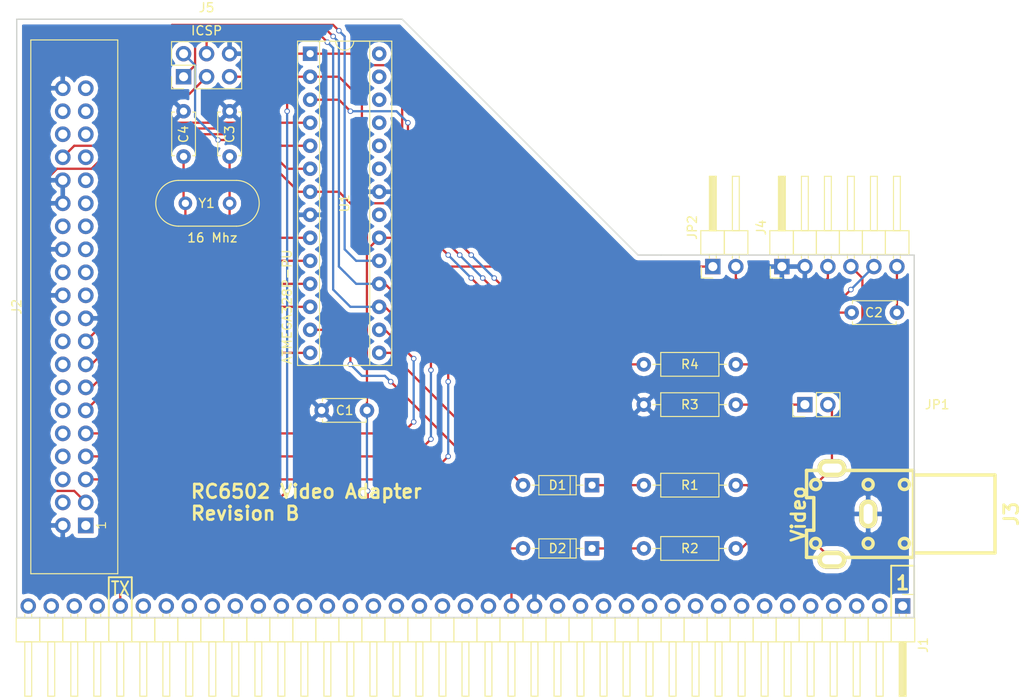
<source format=kicad_pcb>
(kicad_pcb (version 4) (host pcbnew 4.0.6)
  (layers (0 F.Cu signal) (31 B.Cu signal) (34 B.Paste user) (35 F.Paste user) (36 B.SilkS user) (37 F.SilkS user) (38 B.Mask user) (39 F.Mask user) (44 Edge.Cuts user))
  (net 0 "")
  (net 1 GND)
  (net 2 VCC)
  (net 3 "Net-(C2-Pad1)")
  (net 4 RESET)
  (net 5 XTAL1)
  (net 6 XTAL2)
  (net 7 "Net-(D1-Pad1)")
  (net 8 RCA_SYNC)
  (net 9 "Net-(D2-Pad1)")
  (net 10 RCA_VIDEO)
  (net 11 TX)
  (net 12 OUT_DA)
  (net 13 OUT_D6)
  (net 14 OUT_D5)
  (net 15 OUT_D4)
  (net 16 OUT_D3)
  (net 17 OUT_D2)
  (net 18 OUT_D1)
  (net 19 OUT_D0)
  (net 20 OUT_RDA)
  (net 21 "Net-(J4-Pad3)")
  (net 22 "Net-(J4-Pad5)")
  (net 23 "Net-(J5-Pad3)")
  (net 24 "Net-(JP1-Pad1)")
  (net 25 "Net-(J3-Pad2)")
  (net 26 "Net-(J4-Pad4)")
  (module Capacitors_THT:C_Disc_D4.7mm_W2.5mm_P5.00mm (layer F.Cu) (at 149.86 124.46)
    (fp_text reference C1 (at 2.54 0) (layer F.SilkS))
    (fp_text value 100nF)
    (pad 1 thru_hole circle (at 0 0) (size 1.6 1.6) (drill 0.8) (layers *.Cu *.Mask) (net 1 GND))
    (pad 2 thru_hole circle (at 5 0) (size 1.6 1.6) (drill 0.8) (layers *.Cu *.Mask) (net 2 VCC))
  )
  (module Capacitors_THT:C_Disc_D4.7mm_W2.5mm_P5.00mm (layer F.Cu) (at 213.36 113.665 180)
    (fp_text reference C2 (at 2.54 0 180) (layer F.SilkS))
    (fp_text value 100nF)
    (pad 1 thru_hole circle (at 0 0 180) (size 1.6 1.6) (drill 0.8) (layers *.Cu *.Mask) (net 3 "Net-(C2-Pad1)"))
    (pad 2 thru_hole circle (at 5 0 180) (size 1.6 1.6) (drill 0.8) (layers *.Cu *.Mask) (net 4 RESET))
  )
  (module Capacitors_THT:C_Disc_D4.7mm_W2.5mm_P5.00mm (layer F.Cu) (at 139.7 91.44 270)
    (fp_text reference C3 (at 2.54 0 270) (layer F.SilkS))
    (fp_text value 22pF)
    (pad 1 thru_hole circle (at 0 0 270) (size 1.6 1.6) (drill 0.8) (layers *.Cu *.Mask) (net 1 GND))
    (pad 2 thru_hole circle (at 5 0 270) (size 1.6 1.6) (drill 0.8) (layers *.Cu *.Mask) (net 5 XTAL1))
  )
  (module Capacitors_THT:C_Disc_D4.7mm_W2.5mm_P5.00mm (layer F.Cu) (at 134.62 91.44 270)
    (fp_text reference C4 (at 2.54 0 270) (layer F.SilkS))
    (fp_text value 22pF)
    (pad 1 thru_hole circle (at 0 0 270) (size 1.6 1.6) (drill 0.8) (layers *.Cu *.Mask) (net 1 GND))
    (pad 2 thru_hole circle (at 5 0 270) (size 1.6 1.6) (drill 0.8) (layers *.Cu *.Mask) (net 6 XTAL2))
  )
  (module Diodes_THT:D_DO-35_SOD27_P7.62mm_Horizontal (layer F.Cu) (at 179.705 132.715 180)
    (fp_text reference D1 (at 3.81 0 180) (layer F.SilkS))
    (fp_text value 1N4848)
    (pad 1 thru_hole rect (at 0 0 180) (size 1.6 1.6) (drill 0.8) (layers *.Cu *.Mask) (net 7 "Net-(D1-Pad1)"))
    (pad 2 thru_hole oval (at 7.62 0 180) (size 1.6 1.6) (drill 0.8) (layers *.Cu *.Mask) (net 8 RCA_SYNC))
  )
  (module Diodes_THT:D_DO-35_SOD27_P7.62mm_Horizontal (layer F.Cu) (at 179.705 139.7 180)
    (fp_text reference D2 (at 3.81 0 180) (layer F.SilkS))
    (fp_text value 1N4848)
    (pad 1 thru_hole rect (at 0 0 180) (size 1.6 1.6) (drill 0.8) (layers *.Cu *.Mask) (net 9 "Net-(D2-Pad1)"))
    (pad 2 thru_hole oval (at 7.62 0 180) (size 1.6 1.6) (drill 0.8) (layers *.Cu *.Mask) (net 10 RCA_VIDEO))
  )
  (module Pin_Headers:Pin_Header_Angled_1x39_Pitch2.54mm (layer F.Cu) (at 213.995 146.05 270)
    (fp_text reference J1 (at 4.315 -2.27 270) (layer F.SilkS))
    (fp_text value CONN_01X39)
    (pad 1 thru_hole rect (at 0 0 270) (size 1.7 1.7) (drill 1) (layers *.Cu *.Mask))
    (pad 2 thru_hole oval (at 0 2.54 270) (size 1.7 1.7) (drill 1) (layers *.Cu *.Mask))
    (pad 3 thru_hole oval (at 0 5.08 270) (size 1.7 1.7) (drill 1) (layers *.Cu *.Mask))
    (pad 4 thru_hole oval (at 0 7.62 270) (size 1.7 1.7) (drill 1) (layers *.Cu *.Mask))
    (pad 5 thru_hole oval (at 0 10.16 270) (size 1.7 1.7) (drill 1) (layers *.Cu *.Mask))
    (pad 6 thru_hole oval (at 0 12.7 270) (size 1.7 1.7) (drill 1) (layers *.Cu *.Mask))
    (pad 7 thru_hole oval (at 0 15.24 270) (size 1.7 1.7) (drill 1) (layers *.Cu *.Mask))
    (pad 8 thru_hole oval (at 0 17.78 270) (size 1.7 1.7) (drill 1) (layers *.Cu *.Mask))
    (pad 9 thru_hole oval (at 0 20.32 270) (size 1.7 1.7) (drill 1) (layers *.Cu *.Mask))
    (pad 10 thru_hole oval (at 0 22.86 270) (size 1.7 1.7) (drill 1) (layers *.Cu *.Mask))
    (pad 11 thru_hole oval (at 0 25.4 270) (size 1.7 1.7) (drill 1) (layers *.Cu *.Mask))
    (pad 12 thru_hole oval (at 0 27.94 270) (size 1.7 1.7) (drill 1) (layers *.Cu *.Mask))
    (pad 13 thru_hole oval (at 0 30.48 270) (size 1.7 1.7) (drill 1) (layers *.Cu *.Mask))
    (pad 14 thru_hole oval (at 0 33.02 270) (size 1.7 1.7) (drill 1) (layers *.Cu *.Mask))
    (pad 15 thru_hole oval (at 0 35.56 270) (size 1.7 1.7) (drill 1) (layers *.Cu *.Mask))
    (pad 16 thru_hole oval (at 0 38.1 270) (size 1.7 1.7) (drill 1) (layers *.Cu *.Mask))
    (pad 17 thru_hole oval (at 0 40.64 270) (size 1.7 1.7) (drill 1) (layers *.Cu *.Mask) (net 1 GND))
    (pad 18 thru_hole oval (at 0 43.18 270) (size 1.7 1.7) (drill 1) (layers *.Cu *.Mask) (net 2 VCC))
    (pad 19 thru_hole oval (at 0 45.72 270) (size 1.7 1.7) (drill 1) (layers *.Cu *.Mask))
    (pad 20 thru_hole oval (at 0 48.26 270) (size 1.7 1.7) (drill 1) (layers *.Cu *.Mask))
    (pad 21 thru_hole oval (at 0 50.8 270) (size 1.7 1.7) (drill 1) (layers *.Cu *.Mask))
    (pad 22 thru_hole oval (at 0 53.34 270) (size 1.7 1.7) (drill 1) (layers *.Cu *.Mask))
    (pad 23 thru_hole oval (at 0 55.88 270) (size 1.7 1.7) (drill 1) (layers *.Cu *.Mask))
    (pad 24 thru_hole oval (at 0 58.42 270) (size 1.7 1.7) (drill 1) (layers *.Cu *.Mask))
    (pad 25 thru_hole oval (at 0 60.96 270) (size 1.7 1.7) (drill 1) (layers *.Cu *.Mask))
    (pad 26 thru_hole oval (at 0 63.5 270) (size 1.7 1.7) (drill 1) (layers *.Cu *.Mask))
    (pad 27 thru_hole oval (at 0 66.04 270) (size 1.7 1.7) (drill 1) (layers *.Cu *.Mask))
    (pad 28 thru_hole oval (at 0 68.58 270) (size 1.7 1.7) (drill 1) (layers *.Cu *.Mask))
    (pad 29 thru_hole oval (at 0 71.12 270) (size 1.7 1.7) (drill 1) (layers *.Cu *.Mask))
    (pad 30 thru_hole oval (at 0 73.66 270) (size 1.7 1.7) (drill 1) (layers *.Cu *.Mask))
    (pad 31 thru_hole oval (at 0 76.2 270) (size 1.7 1.7) (drill 1) (layers *.Cu *.Mask))
    (pad 32 thru_hole oval (at 0 78.74 270) (size 1.7 1.7) (drill 1) (layers *.Cu *.Mask))
    (pad 33 thru_hole oval (at 0 81.28 270) (size 1.7 1.7) (drill 1) (layers *.Cu *.Mask))
    (pad 34 thru_hole oval (at 0 83.82 270) (size 1.7 1.7) (drill 1) (layers *.Cu *.Mask))
    (pad 35 thru_hole oval (at 0 86.36 270) (size 1.7 1.7) (drill 1) (layers *.Cu *.Mask) (net 11 TX))
    (pad 36 thru_hole oval (at 0 88.9 270) (size 1.7 1.7) (drill 1) (layers *.Cu *.Mask))
    (pad 37 thru_hole oval (at 0 91.44 270) (size 1.7 1.7) (drill 1) (layers *.Cu *.Mask))
    (pad 38 thru_hole oval (at 0 93.98 270) (size 1.7 1.7) (drill 1) (layers *.Cu *.Mask))
    (pad 39 thru_hole oval (at 0 96.52 270) (size 1.7 1.7) (drill 1) (layers *.Cu *.Mask))
  )
  (module Connectors:IDC_Header_Straight_40pins (layer F.Cu) (at 123.825 137.16 90)
    (fp_text reference J2 (at 24.13 -7.62 90) (layer F.SilkS))
    (fp_text value CONN_02X20)
    (fp_text user 1 (at 0.02 1.72 90) (layer F.SilkS) (effects (font (thickness 0.12))))
    (pad 1 thru_hole rect (at 0 0 90) (size 1.7272 1.7272) (drill 1.016) (layers *.Cu *.Mask))
    (pad 2 thru_hole oval (at 0 -2.54 90) (size 1.7272 1.7272) (drill 1.016) (layers *.Cu *.Mask) (net 1 GND))
    (pad 3 thru_hole oval (at 2.54 0 90) (size 1.7272 1.7272) (drill 1.016) (layers *.Cu *.Mask) (net 12 OUT_DA))
    (pad 4 thru_hole oval (at 2.54 -2.54 90) (size 1.7272 1.7272) (drill 1.016) (layers *.Cu *.Mask))
    (pad 5 thru_hole oval (at 5.08 0 90) (size 1.7272 1.7272) (drill 1.016) (layers *.Cu *.Mask) (net 13 OUT_D6))
    (pad 6 thru_hole oval (at 5.08 -2.54 90) (size 1.7272 1.7272) (drill 1.016) (layers *.Cu *.Mask))
    (pad 7 thru_hole oval (at 7.62 0 90) (size 1.7272 1.7272) (drill 1.016) (layers *.Cu *.Mask) (net 14 OUT_D5))
    (pad 8 thru_hole oval (at 7.62 -2.54 90) (size 1.7272 1.7272) (drill 1.016) (layers *.Cu *.Mask))
    (pad 9 thru_hole oval (at 10.16 0 90) (size 1.7272 1.7272) (drill 1.016) (layers *.Cu *.Mask) (net 15 OUT_D4))
    (pad 10 thru_hole oval (at 10.16 -2.54 90) (size 1.7272 1.7272) (drill 1.016) (layers *.Cu *.Mask))
    (pad 11 thru_hole oval (at 12.7 0 90) (size 1.7272 1.7272) (drill 1.016) (layers *.Cu *.Mask) (net 16 OUT_D3))
    (pad 12 thru_hole oval (at 12.7 -2.54 90) (size 1.7272 1.7272) (drill 1.016) (layers *.Cu *.Mask))
    (pad 13 thru_hole oval (at 15.24 0 90) (size 1.7272 1.7272) (drill 1.016) (layers *.Cu *.Mask) (net 17 OUT_D2))
    (pad 14 thru_hole oval (at 15.24 -2.54 90) (size 1.7272 1.7272) (drill 1.016) (layers *.Cu *.Mask))
    (pad 15 thru_hole oval (at 17.78 0 90) (size 1.7272 1.7272) (drill 1.016) (layers *.Cu *.Mask) (net 18 OUT_D1))
    (pad 16 thru_hole oval (at 17.78 -2.54 90) (size 1.7272 1.7272) (drill 1.016) (layers *.Cu *.Mask))
    (pad 17 thru_hole oval (at 20.32 0 90) (size 1.7272 1.7272) (drill 1.016) (layers *.Cu *.Mask) (net 19 OUT_D0))
    (pad 18 thru_hole oval (at 20.32 -2.54 90) (size 1.7272 1.7272) (drill 1.016) (layers *.Cu *.Mask))
    (pad 19 thru_hole oval (at 22.86 0 90) (size 1.7272 1.7272) (drill 1.016) (layers *.Cu *.Mask) (net 1 GND))
    (pad 20 thru_hole oval (at 22.86 -2.54 90) (size 1.7272 1.7272) (drill 1.016) (layers *.Cu *.Mask))
    (pad 21 thru_hole oval (at 25.4 0 90) (size 1.7272 1.7272) (drill 1.016) (layers *.Cu *.Mask))
    (pad 22 thru_hole oval (at 25.4 -2.54 90) (size 1.7272 1.7272) (drill 1.016) (layers *.Cu *.Mask) (net 1 GND))
    (pad 23 thru_hole oval (at 27.94 0 90) (size 1.7272 1.7272) (drill 1.016) (layers *.Cu *.Mask))
    (pad 24 thru_hole oval (at 27.94 -2.54 90) (size 1.7272 1.7272) (drill 1.016) (layers *.Cu *.Mask))
    (pad 25 thru_hole oval (at 30.48 0 90) (size 1.7272 1.7272) (drill 1.016) (layers *.Cu *.Mask))
    (pad 26 thru_hole oval (at 30.48 -2.54 90) (size 1.7272 1.7272) (drill 1.016) (layers *.Cu *.Mask) (net 1 GND))
    (pad 27 thru_hole oval (at 33.02 0 90) (size 1.7272 1.7272) (drill 1.016) (layers *.Cu *.Mask))
    (pad 28 thru_hole oval (at 33.02 -2.54 90) (size 1.7272 1.7272) (drill 1.016) (layers *.Cu *.Mask))
    (pad 29 thru_hole oval (at 35.56 0 90) (size 1.7272 1.7272) (drill 1.016) (layers *.Cu *.Mask))
    (pad 30 thru_hole oval (at 35.56 -2.54 90) (size 1.7272 1.7272) (drill 1.016) (layers *.Cu *.Mask) (net 1 GND))
    (pad 31 thru_hole oval (at 38.1 0 90) (size 1.7272 1.7272) (drill 1.016) (layers *.Cu *.Mask))
    (pad 32 thru_hole oval (at 38.1 -2.54 90) (size 1.7272 1.7272) (drill 1.016) (layers *.Cu *.Mask) (net 1 GND))
    (pad 33 thru_hole oval (at 40.64 0 90) (size 1.7272 1.7272) (drill 1.016) (layers *.Cu *.Mask))
    (pad 34 thru_hole oval (at 40.64 -2.54 90) (size 1.7272 1.7272) (drill 1.016) (layers *.Cu *.Mask) (net 20 OUT_RDA))
    (pad 35 thru_hole oval (at 43.18 0 90) (size 1.7272 1.7272) (drill 1.016) (layers *.Cu *.Mask))
    (pad 36 thru_hole oval (at 43.18 -2.54 90) (size 1.7272 1.7272) (drill 1.016) (layers *.Cu *.Mask))
    (pad 37 thru_hole oval (at 45.72 0 90) (size 1.7272 1.7272) (drill 1.016) (layers *.Cu *.Mask))
    (pad 38 thru_hole oval (at 45.72 -2.54 90) (size 1.7272 1.7272) (drill 1.016) (layers *.Cu *.Mask))
    (pad 39 thru_hole oval (at 48.26 0 90) (size 1.7272 1.7272) (drill 1.016) (layers *.Cu *.Mask))
    (pad 40 thru_hole oval (at 48.26 -2.54 90) (size 1.7272 1.7272) (drill 1.016) (layers *.Cu *.Mask) (net 1 GND))
  )
  (module w_conn_av:rca_yellow (layer F.Cu) (at 210.185 135.89 90)
    (fp_text reference J3 (at 0 15.7988 90) (layer F.SilkS) (effects (font (thickness 0.3048))))
    (fp_text value Video (at 0 -7.69874 90) (layer F.SilkS) (effects (font (thickness 0.3048))))
    (pad 2 thru_hole oval (at 5.0546 -3.99796 90) (size 1.99898 3.19786) (drill oval 0.99568 2.1971) (layers *.Cu *.Mask F.SilkS) (net 25 "Net-(J3-Pad2)"))
    (pad 1 thru_hole oval (at 0 0 90) (size 3.19786 1.99898) (drill oval 2.1971 0.99568) (layers *.Cu *.Mask F.SilkS) (net 1 GND))
    (pad 2 thru_hole oval (at -5.0546 -3.99796 90) (size 1.99898 3.19786) (drill oval 0.99568 2.1971) (layers *.Cu *.Mask F.SilkS) (net 25 "Net-(J3-Pad2)"))
  )
  (module Pin_Headers:Pin_Header_Angled_1x06_Pitch2.54mm (layer F.Cu) (at 200.66 108.585 90)
    (fp_text reference J4 (at 4.315 -2.27 90) (layer F.SilkS))
    (fp_text value FTDI)
    (pad 1 thru_hole rect (at 0 0 90) (size 1.7 1.7) (drill 1) (layers *.Cu *.Mask) (net 1 GND))
    (pad 2 thru_hole oval (at 0 2.54 90) (size 1.7 1.7) (drill 1) (layers *.Cu *.Mask) (net 1 GND))
    (pad 3 thru_hole oval (at 0 5.08 90) (size 1.7 1.7) (drill 1) (layers *.Cu *.Mask) (net 21 "Net-(J4-Pad3)"))
    (pad 4 thru_hole oval (at 0 7.62 90) (size 1.7 1.7) (drill 1) (layers *.Cu *.Mask) (net 26 "Net-(J4-Pad4)"))
    (pad 5 thru_hole oval (at 0 10.16 90) (size 1.7 1.7) (drill 1) (layers *.Cu *.Mask) (net 22 "Net-(J4-Pad5)"))
    (pad 6 thru_hole oval (at 0 12.7 90) (size 1.7 1.7) (drill 1) (layers *.Cu *.Mask) (net 3 "Net-(C2-Pad1)"))
  )
  (module Pin_Headers:Pin_Header_Straight_2x03_Pitch2.54mm (layer F.Cu) (at 134.62 87.63 90)
    (fp_text reference J5 (at 7.62 2.54 180) (layer F.SilkS))
    (fp_text value ICSP (at 5.08 2.54 180) (layer F.SilkS))
    (pad 1 thru_hole rect (at 0 0 90) (size 1.7 1.7) (drill 1) (layers *.Cu *.Mask) (net 13 OUT_D6))
    (pad 2 thru_hole oval (at 2.54 0 90) (size 1.7 1.7) (drill 1) (layers *.Cu *.Mask) (net 2 VCC))
    (pad 3 thru_hole oval (at 0 2.54 90) (size 1.7 1.7) (drill 1) (layers *.Cu *.Mask) (net 23 "Net-(J5-Pad3)"))
    (pad 4 thru_hole oval (at 2.54 2.54 90) (size 1.7 1.7) (drill 1) (layers *.Cu *.Mask) (net 14 OUT_D5))
    (pad 5 thru_hole oval (at 0 5.08 90) (size 1.7 1.7) (drill 1) (layers *.Cu *.Mask) (net 4 RESET))
    (pad 6 thru_hole oval (at 2.54 5.08 90) (size 1.7 1.7) (drill 1) (layers *.Cu *.Mask) (net 1 GND))
  )
  (module Pin_Headers:Pin_Header_Angled_1x02_Pitch2.54mm (layer F.Cu) (at 193.04 108.585 90)
    (fp_text reference JP2 (at 4.315 -2.27 90) (layer F.SilkS))
    (fp_text value Power)
    (pad 1 thru_hole rect (at 0 0 90) (size 1.7 1.7) (drill 1) (layers *.Cu *.Mask) (net 2 VCC))
    (pad 2 thru_hole oval (at 0 2.54 90) (size 1.7 1.7) (drill 1) (layers *.Cu *.Mask) (net 21 "Net-(J4-Pad3)"))
  )
  (module Resistors_THT:R_Axial_DIN0207_L6.3mm_D2.5mm_P10.16mm_Horizontal (layer F.Cu) (at 195.58 132.715 180)
    (fp_text reference R1 (at 5.08 0 180) (layer F.SilkS))
    (fp_text value 1k)
    (pad 1 thru_hole circle (at 0 0 180) (size 1.6 1.6) (drill 0.8) (layers *.Cu *.Mask) (net 25 "Net-(J3-Pad2)"))
    (pad 2 thru_hole oval (at 10.16 0 180) (size 1.6 1.6) (drill 0.8) (layers *.Cu *.Mask) (net 7 "Net-(D1-Pad1)"))
  )
  (module Resistors_THT:R_Axial_DIN0207_L6.3mm_D2.5mm_P10.16mm_Horizontal (layer F.Cu) (at 195.58 139.7 180)
    (fp_text reference R2 (at 5.08 0 180) (layer F.SilkS))
    (fp_text value 330)
    (pad 1 thru_hole circle (at 0 0 180) (size 1.6 1.6) (drill 0.8) (layers *.Cu *.Mask) (net 25 "Net-(J3-Pad2)"))
    (pad 2 thru_hole oval (at 10.16 0 180) (size 1.6 1.6) (drill 0.8) (layers *.Cu *.Mask) (net 9 "Net-(D2-Pad1)"))
  )
  (module Resistors_THT:R_Axial_DIN0207_L6.3mm_D2.5mm_P10.16mm_Horizontal (layer F.Cu) (at 185.42 123.825)
    (fp_text reference R3 (at 5.08 0) (layer F.SilkS))
    (fp_text value 75)
    (pad 1 thru_hole circle (at 0 0) (size 1.6 1.6) (drill 0.8) (layers *.Cu *.Mask) (net 1 GND))
    (pad 2 thru_hole oval (at 10.16 0) (size 1.6 1.6) (drill 0.8) (layers *.Cu *.Mask) (net 24 "Net-(JP1-Pad1)"))
  )
  (module Resistors_THT:R_Axial_DIN0207_L6.3mm_D2.5mm_P10.16mm_Horizontal (layer F.Cu) (at 195.58 119.38 180)
    (fp_text reference R4 (at 5.08 0 180) (layer F.SilkS))
    (fp_text value 10k)
    (pad 1 thru_hole circle (at 0 0 180) (size 1.6 1.6) (drill 0.8) (layers *.Cu *.Mask) (net 26 "Net-(J4-Pad4)"))
    (pad 2 thru_hole oval (at 10.16 0 180) (size 1.6 1.6) (drill 0.8) (layers *.Cu *.Mask) (net 11 TX))
  )
  (module Housings_DIP:DIP-28_W7.62mm_Socket (layer F.Cu) (at 148.59 85.09)
    (fp_text reference U1 (at 3.81 16.51 90) (layer F.SilkS))
    (fp_text value ATMEGA328P-PU (at -2.54 27.94 90) (layer F.SilkS))
    (pad 1 thru_hole rect (at 0 0) (size 1.6 1.6) (drill 0.8) (layers *.Cu *.Mask) (net 4 RESET))
    (pad 15 thru_hole oval (at 7.62 33.02) (size 1.6 1.6) (drill 0.8) (layers *.Cu *.Mask) (net 8 RCA_SYNC))
    (pad 2 thru_hole oval (at 0 2.54) (size 1.6 1.6) (drill 0.8) (layers *.Cu *.Mask) (net 11 TX))
    (pad 16 thru_hole oval (at 7.62 30.48) (size 1.6 1.6) (drill 0.8) (layers *.Cu *.Mask) (net 15 OUT_D4))
    (pad 3 thru_hole oval (at 0 5.08) (size 1.6 1.6) (drill 0.8) (layers *.Cu *.Mask) (net 22 "Net-(J4-Pad5)"))
    (pad 17 thru_hole oval (at 7.62 27.94) (size 1.6 1.6) (drill 0.8) (layers *.Cu *.Mask) (net 14 OUT_D5))
    (pad 4 thru_hole oval (at 0 7.62) (size 1.6 1.6) (drill 0.8) (layers *.Cu *.Mask) (net 20 OUT_RDA))
    (pad 18 thru_hole oval (at 7.62 25.4) (size 1.6 1.6) (drill 0.8) (layers *.Cu *.Mask) (net 13 OUT_D6))
    (pad 5 thru_hole oval (at 0 10.16) (size 1.6 1.6) (drill 0.8) (layers *.Cu *.Mask) (net 12 OUT_DA))
    (pad 19 thru_hole oval (at 7.62 22.86) (size 1.6 1.6) (drill 0.8) (layers *.Cu *.Mask) (net 23 "Net-(J5-Pad3)"))
    (pad 6 thru_hole oval (at 0 12.7) (size 1.6 1.6) (drill 0.8) (layers *.Cu *.Mask) (net 19 OUT_D0))
    (pad 20 thru_hole oval (at 7.62 20.32) (size 1.6 1.6) (drill 0.8) (layers *.Cu *.Mask) (net 2 VCC))
    (pad 7 thru_hole oval (at 0 15.24) (size 1.6 1.6) (drill 0.8) (layers *.Cu *.Mask) (net 2 VCC))
    (pad 21 thru_hole oval (at 7.62 17.78) (size 1.6 1.6) (drill 0.8) (layers *.Cu *.Mask))
    (pad 8 thru_hole oval (at 0 17.78) (size 1.6 1.6) (drill 0.8) (layers *.Cu *.Mask) (net 1 GND))
    (pad 22 thru_hole oval (at 7.62 15.24) (size 1.6 1.6) (drill 0.8) (layers *.Cu *.Mask) (net 1 GND))
    (pad 9 thru_hole oval (at 0 20.32) (size 1.6 1.6) (drill 0.8) (layers *.Cu *.Mask) (net 5 XTAL1))
    (pad 23 thru_hole oval (at 7.62 12.7) (size 1.6 1.6) (drill 0.8) (layers *.Cu *.Mask))
    (pad 10 thru_hole oval (at 0 22.86) (size 1.6 1.6) (drill 0.8) (layers *.Cu *.Mask) (net 6 XTAL2))
    (pad 24 thru_hole oval (at 7.62 10.16) (size 1.6 1.6) (drill 0.8) (layers *.Cu *.Mask))
    (pad 11 thru_hole oval (at 0 25.4) (size 1.6 1.6) (drill 0.8) (layers *.Cu *.Mask) (net 18 OUT_D1))
    (pad 25 thru_hole oval (at 7.62 7.62) (size 1.6 1.6) (drill 0.8) (layers *.Cu *.Mask))
    (pad 12 thru_hole oval (at 0 27.94) (size 1.6 1.6) (drill 0.8) (layers *.Cu *.Mask) (net 17 OUT_D2))
    (pad 26 thru_hole oval (at 7.62 5.08) (size 1.6 1.6) (drill 0.8) (layers *.Cu *.Mask))
    (pad 13 thru_hole oval (at 0 30.48) (size 1.6 1.6) (drill 0.8) (layers *.Cu *.Mask) (net 10 RCA_VIDEO))
    (pad 27 thru_hole oval (at 7.62 2.54) (size 1.6 1.6) (drill 0.8) (layers *.Cu *.Mask))
    (pad 14 thru_hole oval (at 0 33.02) (size 1.6 1.6) (drill 0.8) (layers *.Cu *.Mask) (net 16 OUT_D3))
    (pad 28 thru_hole oval (at 7.62 0) (size 1.6 1.6) (drill 0.8) (layers *.Cu *.Mask))
  )
  (module Crystals:Crystal_HC49-4H_Vertical (layer F.Cu) (at 139.7 101.6 180)
    (fp_text reference Y1 (at 2.54 0 180) (layer F.SilkS))
    (fp_text value "16 Mhz" (at 1.905 -3.81 180) (layer F.SilkS))
    (pad 1 thru_hole circle (at 0 0 180) (size 1.5 1.5) (drill 0.8) (layers *.Cu *.Mask) (net 5 XTAL1))
    (pad 2 thru_hole circle (at 4.88 0 180) (size 1.5 1.5) (drill 0.8) (layers *.Cu *.Mask) (net 6 XTAL2))
  )
  (module Pin_Headers:Pin_Header_Straight_1x02_Pitch2.54mm (layer F.Cu) (at 203.2 123.825 90)
    (fp_text reference JP1 (at 0 14.605 180) (layer F.SilkS))
    (fp_text value PullDown)
    (pad 1 thru_hole rect (at 0 0 90) (size 1.7 1.7) (drill 1) (layers *.Cu *.Mask) (net 24 "Net-(JP1-Pad1)"))
    (pad 2 thru_hole oval (at 0 2.54 90) (size 1.7 1.7) (drill 1) (layers *.Cu *.Mask) (net 25 "Net-(J3-Pad2)"))
  )
  (gr_text "RC6502 Video Adapter\nRevision B" (at 135.255 134.62) (layer F.SilkS) (effects (font (size 1.5 1.5) (thickness 0.3)) (justify left)))
  (gr_text TX (at 127.635 144.145) (layer F.SilkS) (effects (font (size 1.5 1.2) (thickness 0.2))))
  (gr_line (start 128.905 142.875) (end 128.905 147.32) (angle 90) (layer F.SilkS) (width 0.2))
  (gr_line (start 126.365 142.875) (end 128.905 142.875) (angle 90) (layer F.SilkS) (width 0.2))
  (gr_line (start 126.365 147.32) (end 126.365 142.875) (angle 90) (layer F.SilkS) (width 0.2))
  (gr_text 1 (at 213.995 143.51) (layer F.SilkS) (effects (font (size 1.5 1.5) (thickness 0.3))))
  (gr_line (start 215.265 141.605) (end 215.265 147.32) (angle 90) (layer F.SilkS) (width 0.2))
  (gr_line (start 212.725 141.605) (end 215.265 141.605) (angle 90) (layer F.SilkS) (width 0.2))
  (gr_line (start 212.725 147.32) (end 212.725 141.605) (angle 90) (layer F.SilkS) (width 0.2))
  (gr_line (start 215.265 147.32) (end 215.265 107.315) (angle 90) (layer Edge.Cuts) (width 0.15))
  (gr_line (start 158.75 81.28) (end 116.205 81.28) (angle 90) (layer Edge.Cuts) (width 0.15))
  (gr_line (start 184.785 107.315) (end 158.75 81.28) (angle 90) (layer Edge.Cuts) (width 0.15))
  (gr_line (start 187.325 107.315) (end 184.785 107.315) (angle 90) (layer Edge.Cuts) (width 0.15))
  (gr_line (start 191.77 107.315) (end 187.325 107.315) (angle 90) (layer Edge.Cuts) (width 0.15))
  (gr_line (start 215.265 107.315) (end 191.77 107.315) (angle 90) (layer Edge.Cuts) (width 0.15))
  (gr_line (start 116.205 81.28) (end 116.205 147.32) (angle 90) (layer Edge.Cuts) (width 0.15))
  (gr_line (start 215.265 147.32) (end 116.205 147.32) (angle 90) (layer Edge.Cuts) (width 0.15))
  (segment (start 134.82 94.735) (end 134.62 94.535) (width 0.25) (layer F.Cu) (net 0))
  (segment (start 135.89 86.36) (end 134.62 85.09) (width 0.25) (layer B.Cu) (net 2))
  (segment (start 135.89 92.075) (end 135.89 86.36) (width 0.25) (layer B.Cu) (net 2))
  (segment (start 138.43 94.615) (end 135.89 92.075) (width 0.25) (layer B.Cu) (net 2))
  (via (at 138.43 94.615) (size 0.6) (drill 0.4) (layers F.Cu B.Cu) (net 2))
  (segment (start 141.605 94.615) (end 138.43 94.615) (width 0.25) (layer F.Cu) (net 2))
  (segment (start 147.32 100.33) (end 141.605 94.615) (width 0.25) (layer F.Cu) (net 2))
  (segment (start 148.59 100.33) (end 147.32 100.33) (width 0.25) (layer F.Cu) (net 2))
  (segment (start 193.04 108.585) (end 161.29 108.585) (width 0.25) (layer F.Cu) (net 2))
  (segment (start 158.115 105.41) (end 156.21 105.41) (width 0.25) (layer F.Cu) (net 2))
  (segment (start 161.29 108.585) (end 158.115 105.41) (width 0.25) (layer F.Cu) (net 2))
  (segment (start 170.815 146.05) (end 170.815 143.51) (width 0.25) (layer F.Cu) (net 2))
  (segment (start 154.86 133.27) (end 154.86 124.46) (width 0.25) (layer B.Cu) (net 2))
  (segment (start 154.94 133.35) (end 154.86 133.27) (width 0.25) (layer B.Cu) (net 2))
  (via (at 154.94 133.35) (size 0.6) (drill 0.4) (layers F.Cu B.Cu) (net 2))
  (segment (start 154.94 136.525) (end 154.94 133.35) (width 0.25) (layer F.Cu) (net 2))
  (segment (start 160.655 142.24) (end 154.94 136.525) (width 0.25) (layer F.Cu) (net 2))
  (segment (start 169.545 142.24) (end 160.655 142.24) (width 0.25) (layer F.Cu) (net 2))
  (segment (start 170.815 143.51) (end 169.545 142.24) (width 0.25) (layer F.Cu) (net 2))
  (segment (start 154.86 106.68) (end 154.86 103.425) (width 0.25) (layer F.Cu) (net 2))
  (segment (start 151.765 100.33) (end 148.59 100.33) (width 0.25) (layer F.Cu) (net 2))
  (segment (start 154.86 103.425) (end 151.765 100.33) (width 0.25) (layer F.Cu) (net 2))
  (segment (start 154.86 124.46) (end 154.86 106.68) (width 0.25) (layer F.Cu) (net 2))
  (segment (start 154.86 106.68) (end 154.86 106.76) (width 0.25) (layer F.Cu) (net 2))
  (segment (start 154.86 106.76) (end 156.21 105.41) (width 0.25) (layer F.Cu) (net 2))
  (segment (start 213.36 108.585) (end 213.36 113.665) (width 0.25) (layer F.Cu) (net 3))
  (segment (start 208.36 113.665) (end 171.45 113.665) (width 0.25) (layer F.Cu) (net 4))
  (segment (start 153.035 85.09) (end 148.59 85.09) (width 0.25) (layer F.Cu) (net 4))
  (segment (start 154.305 86.36) (end 153.035 85.09) (width 0.25) (layer F.Cu) (net 4))
  (segment (start 157.48 86.36) (end 154.305 86.36) (width 0.25) (layer F.Cu) (net 4))
  (segment (start 158.75 87.63) (end 157.48 86.36) (width 0.25) (layer F.Cu) (net 4))
  (segment (start 158.75 100.965) (end 158.75 87.63) (width 0.25) (layer F.Cu) (net 4))
  (segment (start 165.1 107.315) (end 158.75 100.965) (width 0.25) (layer F.Cu) (net 4))
  (via (at 165.1 107.315) (size 0.6) (drill 0.4) (layers F.Cu B.Cu) (net 4))
  (segment (start 167.64 109.855) (end 165.1 107.315) (width 0.25) (layer B.Cu) (net 4))
  (via (at 167.64 109.855) (size 0.6) (drill 0.4) (layers F.Cu B.Cu) (net 4))
  (segment (start 171.45 113.665) (end 167.64 109.855) (width 0.25) (layer F.Cu) (net 4))
  (segment (start 139.7 87.63) (end 143.51 87.63) (width 0.25) (layer F.Cu) (net 4))
  (segment (start 146.05 85.09) (end 148.59 85.09) (width 0.25) (layer F.Cu) (net 4))
  (segment (start 143.51 87.63) (end 146.05 85.09) (width 0.25) (layer F.Cu) (net 4))
  (segment (start 139.7 96.44) (end 139.7 101.6) (width 0.25) (layer F.Cu) (net 5))
  (segment (start 148.59 105.41) (end 141.605 105.41) (width 0.25) (layer F.Cu) (net 5))
  (segment (start 139.7 103.505) (end 139.7 101.6) (width 0.25) (layer F.Cu) (net 5))
  (segment (start 141.605 105.41) (end 139.7 103.505) (width 0.25) (layer F.Cu) (net 5))
  (segment (start 134.62 96.44) (end 134.62 101.4) (width 0.25) (layer F.Cu) (net 6))
  (segment (start 134.62 101.4) (end 134.82 101.6) (width 0.25) (layer F.Cu) (net 6))
  (segment (start 148.59 107.95) (end 139.065 107.95) (width 0.25) (layer F.Cu) (net 6))
  (segment (start 134.82 103.705) (end 134.82 101.6) (width 0.25) (layer F.Cu) (net 6))
  (segment (start 139.065 107.95) (end 134.82 103.705) (width 0.25) (layer F.Cu) (net 6))
  (segment (start 179.705 132.715) (end 185.42 132.715) (width 0.25) (layer F.Cu) (net 7))
  (segment (start 156.21 118.11) (end 157.48 118.11) (width 0.25) (layer F.Cu) (net 8))
  (segment (start 157.48 118.11) (end 172.085 132.715) (width 0.25) (layer F.Cu) (net 8))
  (segment (start 179.705 139.7) (end 185.42 139.7) (width 0.25) (layer F.Cu) (net 9))
  (segment (start 172.085 139.7) (end 170.18 139.7) (width 0.25) (layer F.Cu) (net 10))
  (segment (start 151.765 115.57) (end 148.59 115.57) (width 0.25) (layer F.Cu) (net 10))
  (segment (start 153.035 116.84) (end 151.765 115.57) (width 0.25) (layer F.Cu) (net 10))
  (segment (start 153.035 119.38) (end 153.035 116.84) (width 0.25) (layer F.Cu) (net 10))
  (via (at 153.035 119.38) (size 0.6) (drill 0.4) (layers F.Cu B.Cu) (net 10))
  (segment (start 154.305 120.65) (end 153.035 119.38) (width 0.25) (layer B.Cu) (net 10))
  (segment (start 156.845 120.65) (end 154.305 120.65) (width 0.25) (layer B.Cu) (net 10))
  (segment (start 157.48 121.285) (end 156.845 120.65) (width 0.25) (layer B.Cu) (net 10))
  (via (at 157.48 121.285) (size 0.6) (drill 0.4) (layers F.Cu B.Cu) (net 10))
  (segment (start 169.545 133.35) (end 157.48 121.285) (width 0.25) (layer F.Cu) (net 10))
  (segment (start 169.545 139.065) (end 169.545 133.35) (width 0.25) (layer F.Cu) (net 10))
  (segment (start 170.18 139.7) (end 169.545 139.065) (width 0.25) (layer F.Cu) (net 10))
  (segment (start 127.635 144.145) (end 127.635 146.05) (width 0.25) (layer F.Cu) (net 11))
  (segment (start 128.27 143.51) (end 127.635 144.145) (width 0.25) (layer F.Cu) (net 11))
  (segment (start 135.89 143.51) (end 128.27 143.51) (width 0.25) (layer F.Cu) (net 11))
  (segment (start 146.05 133.35) (end 135.89 143.51) (width 0.25) (layer F.Cu) (net 11))
  (via (at 146.05 133.35) (size 0.6) (drill 0.4) (layers F.Cu B.Cu) (net 11))
  (segment (start 146.05 91.44) (end 146.05 133.35) (width 0.25) (layer B.Cu) (net 11))
  (via (at 146.05 91.44) (size 0.6) (drill 0.4) (layers F.Cu B.Cu) (net 11))
  (segment (start 146.05 88.9) (end 146.05 91.44) (width 0.25) (layer F.Cu) (net 11))
  (segment (start 147.32 87.63) (end 146.05 88.9) (width 0.25) (layer F.Cu) (net 11))
  (segment (start 148.59 87.63) (end 147.32 87.63) (width 0.25) (layer F.Cu) (net 11))
  (segment (start 148.59 87.63) (end 151.765 87.63) (width 0.25) (layer F.Cu) (net 11))
  (segment (start 175.895 119.38) (end 185.42 119.38) (width 0.25) (layer F.Cu) (net 11))
  (segment (start 166.37 109.855) (end 175.895 119.38) (width 0.25) (layer F.Cu) (net 11))
  (via (at 166.37 109.855) (size 0.6) (drill 0.4) (layers F.Cu B.Cu) (net 11))
  (segment (start 163.83 107.315) (end 166.37 109.855) (width 0.25) (layer B.Cu) (net 11))
  (via (at 163.83 107.315) (size 0.6) (drill 0.4) (layers F.Cu B.Cu) (net 11))
  (segment (start 158.115 101.6) (end 163.83 107.315) (width 0.25) (layer F.Cu) (net 11))
  (segment (start 154.94 101.6) (end 158.115 101.6) (width 0.25) (layer F.Cu) (net 11))
  (segment (start 154.305 100.965) (end 154.94 101.6) (width 0.25) (layer F.Cu) (net 11))
  (segment (start 154.305 90.17) (end 154.305 100.965) (width 0.25) (layer F.Cu) (net 11))
  (segment (start 151.765 87.63) (end 154.305 90.17) (width 0.25) (layer F.Cu) (net 11))
  (segment (start 128.27 96.52) (end 125.73 96.52) (width 0.25) (layer F.Cu) (net 12))
  (segment (start 145.415 95.25) (end 143.51 93.345) (width 0.25) (layer F.Cu) (net 12))
  (segment (start 143.51 93.345) (end 131.445 93.345) (width 0.25) (layer F.Cu) (net 12))
  (segment (start 131.445 93.345) (end 128.27 96.52) (width 0.25) (layer F.Cu) (net 12))
  (segment (start 148.59 95.25) (end 145.415 95.25) (width 0.25) (layer F.Cu) (net 12))
  (segment (start 122.555 133.35) (end 123.825 134.62) (width 0.25) (layer F.Cu) (net 12))
  (segment (start 120.015 133.35) (end 122.555 133.35) (width 0.25) (layer F.Cu) (net 12))
  (segment (start 119.38 132.715) (end 120.015 133.35) (width 0.25) (layer F.Cu) (net 12))
  (segment (start 119.38 99.06) (end 119.38 132.715) (width 0.25) (layer F.Cu) (net 12))
  (segment (start 120.65 97.79) (end 119.38 99.06) (width 0.25) (layer F.Cu) (net 12))
  (segment (start 124.46 97.79) (end 120.65 97.79) (width 0.25) (layer F.Cu) (net 12))
  (segment (start 125.73 96.52) (end 124.46 97.79) (width 0.25) (layer F.Cu) (net 12))
  (segment (start 156.21 110.49) (end 153.67 110.49) (width 0.25) (layer B.Cu) (net 13))
  (segment (start 135.89 86.36) (end 134.62 87.63) (width 0.25) (layer F.Cu) (net 13))
  (segment (start 135.89 83.82) (end 135.89 86.36) (width 0.25) (layer F.Cu) (net 13))
  (segment (start 137.16 82.55) (end 135.89 83.82) (width 0.25) (layer F.Cu) (net 13))
  (segment (start 150.495 82.55) (end 137.16 82.55) (width 0.25) (layer F.Cu) (net 13))
  (segment (start 151.13 83.185) (end 150.495 82.55) (width 0.25) (layer F.Cu) (net 13))
  (via (at 151.13 83.185) (size 0.6) (drill 0.4) (layers F.Cu B.Cu) (net 13))
  (segment (start 151.765 83.82) (end 151.13 83.185) (width 0.25) (layer B.Cu) (net 13))
  (segment (start 151.765 108.585) (end 151.765 83.82) (width 0.25) (layer B.Cu) (net 13))
  (segment (start 152.4 109.22) (end 151.765 108.585) (width 0.25) (layer B.Cu) (net 13))
  (segment (start 153.67 110.49) (end 152.4 109.22) (width 0.25) (layer B.Cu) (net 13))
  (segment (start 163.83 117.475) (end 163.83 121.285) (width 0.25) (layer F.Cu) (net 13))
  (segment (start 163.83 129.54) (end 161.29 132.08) (width 0.25) (layer F.Cu) (net 13))
  (via (at 163.83 129.54) (size 0.6) (drill 0.4) (layers F.Cu B.Cu) (net 13))
  (segment (start 163.83 121.285) (end 163.83 129.54) (width 0.25) (layer B.Cu) (net 13))
  (via (at 163.83 121.285) (size 0.6) (drill 0.4) (layers F.Cu B.Cu) (net 13))
  (segment (start 156.21 110.49) (end 156.845 110.49) (width 0.25) (layer F.Cu) (net 13))
  (segment (start 156.845 110.49) (end 163.83 117.475) (width 0.25) (layer F.Cu) (net 13))
  (segment (start 161.29 132.08) (end 123.825 132.08) (width 0.25) (layer F.Cu) (net 13))
  (segment (start 137.16 85.09) (end 137.16 83.82) (width 0.25) (layer F.Cu) (net 14))
  (segment (start 153.035 113.03) (end 156.21 113.03) (width 0.25) (layer B.Cu) (net 14))
  (segment (start 151.13 111.125) (end 153.035 113.03) (width 0.25) (layer B.Cu) (net 14))
  (segment (start 151.13 84.455) (end 151.13 111.125) (width 0.25) (layer B.Cu) (net 14))
  (segment (start 150.495 83.82) (end 151.13 84.455) (width 0.25) (layer B.Cu) (net 14))
  (via (at 150.495 83.82) (size 0.6) (drill 0.4) (layers F.Cu B.Cu) (net 14))
  (segment (start 149.86 83.185) (end 150.495 83.82) (width 0.25) (layer F.Cu) (net 14))
  (segment (start 137.795 83.185) (end 149.86 83.185) (width 0.25) (layer F.Cu) (net 14))
  (segment (start 137.16 83.82) (end 137.795 83.185) (width 0.25) (layer F.Cu) (net 14))
  (segment (start 156.21 113.03) (end 156.845 113.03) (width 0.25) (layer F.Cu) (net 14))
  (segment (start 156.845 113.03) (end 161.925 118.11) (width 0.25) (layer F.Cu) (net 14))
  (segment (start 161.925 118.11) (end 161.925 118.745) (width 0.25) (layer F.Cu) (net 14))
  (segment (start 160.02 129.54) (end 123.825 129.54) (width 0.25) (layer F.Cu) (net 14))
  (segment (start 161.925 127.635) (end 160.02 129.54) (width 0.25) (layer F.Cu) (net 14))
  (via (at 161.925 127.635) (size 0.6) (drill 0.4) (layers F.Cu B.Cu) (net 14))
  (segment (start 161.925 120.015) (end 161.925 127.635) (width 0.25) (layer B.Cu) (net 14))
  (via (at 161.925 120.015) (size 0.6) (drill 0.4) (layers F.Cu B.Cu) (net 14))
  (segment (start 161.925 118.745) (end 161.925 120.015) (width 0.25) (layer F.Cu) (net 14))
  (segment (start 156.21 115.57) (end 156.845 115.57) (width 0.25) (layer F.Cu) (net 15))
  (segment (start 156.845 115.57) (end 160.02 118.745) (width 0.25) (layer F.Cu) (net 15))
  (via (at 160.02 118.745) (size 0.6) (drill 0.4) (layers F.Cu B.Cu) (net 15))
  (segment (start 160.02 118.745) (end 160.02 125.73) (width 0.25) (layer B.Cu) (net 15))
  (via (at 160.02 125.73) (size 0.6) (drill 0.4) (layers F.Cu B.Cu) (net 15))
  (segment (start 160.02 125.73) (end 158.75 127) (width 0.25) (layer F.Cu) (net 15))
  (segment (start 158.75 127) (end 123.825 127) (width 0.25) (layer F.Cu) (net 15))
  (segment (start 148.59 118.11) (end 130.175 118.11) (width 0.25) (layer F.Cu) (net 16))
  (segment (start 130.175 118.11) (end 123.825 124.46) (width 0.25) (layer F.Cu) (net 16))
  (segment (start 123.825 121.92) (end 124.46 121.92) (width 0.25) (layer F.Cu) (net 17))
  (segment (start 124.46 121.92) (end 133.35 113.03) (width 0.25) (layer F.Cu) (net 17))
  (segment (start 133.35 113.03) (end 148.59 113.03) (width 0.25) (layer F.Cu) (net 17))
  (segment (start 123.825 119.38) (end 124.46 119.38) (width 0.25) (layer F.Cu) (net 18))
  (segment (start 124.46 119.38) (end 133.35 110.49) (width 0.25) (layer F.Cu) (net 18))
  (segment (start 133.35 110.49) (end 148.59 110.49) (width 0.25) (layer F.Cu) (net 18))
  (segment (start 129.54 96.52) (end 129.54 111.125) (width 0.25) (layer F.Cu) (net 19))
  (segment (start 146.05 97.79) (end 142.24 93.98) (width 0.25) (layer F.Cu) (net 19))
  (segment (start 142.24 93.98) (end 132.08 93.98) (width 0.25) (layer F.Cu) (net 19))
  (segment (start 132.08 93.98) (end 129.54 96.52) (width 0.25) (layer F.Cu) (net 19))
  (segment (start 148.59 97.79) (end 146.05 97.79) (width 0.25) (layer F.Cu) (net 19))
  (segment (start 129.54 111.125) (end 123.825 116.84) (width 0.25) (layer F.Cu) (net 19))
  (segment (start 148.59 92.71) (end 130.81 92.71) (width 0.25) (layer F.Cu) (net 20))
  (segment (start 122.555 95.25) (end 121.285 96.52) (width 0.25) (layer F.Cu) (net 20))
  (segment (start 128.27 95.25) (end 122.555 95.25) (width 0.25) (layer F.Cu) (net 20))
  (segment (start 130.81 92.71) (end 128.27 95.25) (width 0.25) (layer F.Cu) (net 20))
  (segment (start 205.74 108.585) (end 205.74 109.855) (width 0.25) (layer F.Cu) (net 21))
  (segment (start 195.58 109.855) (end 195.58 108.585) (width 0.25) (layer F.Cu) (net 21))
  (segment (start 196.85 111.125) (end 195.58 109.855) (width 0.25) (layer F.Cu) (net 21))
  (segment (start 204.47 111.125) (end 196.85 111.125) (width 0.25) (layer F.Cu) (net 21))
  (segment (start 205.74 109.855) (end 204.47 111.125) (width 0.25) (layer F.Cu) (net 21))
  (segment (start 210.82 108.585) (end 208.28 111.125) (width 0.25) (layer B.Cu) (net 22))
  (segment (start 151.765 90.17) (end 148.59 90.17) (width 0.25) (layer F.Cu) (net 22))
  (segment (start 153.035 91.44) (end 151.765 90.17) (width 0.25) (layer F.Cu) (net 22))
  (via (at 153.035 91.44) (size 0.6) (drill 0.4) (layers F.Cu B.Cu) (net 22))
  (segment (start 158.115 91.44) (end 153.035 91.44) (width 0.25) (layer B.Cu) (net 22))
  (segment (start 159.385 92.71) (end 158.115 91.44) (width 0.25) (layer B.Cu) (net 22))
  (via (at 159.385 92.71) (size 0.6) (drill 0.4) (layers F.Cu B.Cu) (net 22))
  (segment (start 159.385 100.33) (end 159.385 92.71) (width 0.25) (layer F.Cu) (net 22))
  (segment (start 166.37 107.315) (end 159.385 100.33) (width 0.25) (layer F.Cu) (net 22))
  (via (at 166.37 107.315) (size 0.6) (drill 0.4) (layers F.Cu B.Cu) (net 22))
  (segment (start 168.91 109.855) (end 166.37 107.315) (width 0.25) (layer B.Cu) (net 22))
  (via (at 168.91 109.855) (size 0.6) (drill 0.4) (layers F.Cu B.Cu) (net 22))
  (segment (start 171.45 112.395) (end 168.91 109.855) (width 0.25) (layer F.Cu) (net 22))
  (segment (start 207.01 112.395) (end 171.45 112.395) (width 0.25) (layer F.Cu) (net 22))
  (segment (start 208.28 111.125) (end 207.01 112.395) (width 0.25) (layer F.Cu) (net 22))
  (via (at 208.28 111.125) (size 0.6) (drill 0.4) (layers F.Cu B.Cu) (net 22))
  (segment (start 135.255 89.535) (end 137.16 87.63) (width 0.25) (layer F.Cu) (net 23))
  (segment (start 133.985 89.535) (end 135.255 89.535) (width 0.25) (layer F.Cu) (net 23))
  (segment (start 132.715 88.265) (end 133.985 89.535) (width 0.25) (layer F.Cu) (net 23))
  (segment (start 132.715 82.55) (end 132.715 88.265) (width 0.25) (layer F.Cu) (net 23))
  (segment (start 133.35 81.915) (end 132.715 82.55) (width 0.25) (layer F.Cu) (net 23))
  (segment (start 151.13 81.915) (end 133.35 81.915) (width 0.25) (layer F.Cu) (net 23))
  (segment (start 151.765 82.55) (end 151.13 81.915) (width 0.25) (layer F.Cu) (net 23))
  (via (at 151.765 82.55) (size 0.6) (drill 0.4) (layers F.Cu B.Cu) (net 23))
  (segment (start 152.4 83.185) (end 151.765 82.55) (width 0.25) (layer B.Cu) (net 23))
  (segment (start 152.4 106.68) (end 152.4 83.185) (width 0.25) (layer B.Cu) (net 23))
  (segment (start 153.67 107.95) (end 152.4 106.68) (width 0.25) (layer B.Cu) (net 23))
  (segment (start 156.21 107.95) (end 153.67 107.95) (width 0.25) (layer B.Cu) (net 23))
  (segment (start 203.2 123.825) (end 195.58 123.825) (width 0.25) (layer F.Cu) (net 24))
  (segment (start 206.18704 130.8354) (end 206.18704 124.27204) (width 0.25) (layer F.Cu) (net 25))
  (segment (start 206.18704 124.27204) (end 205.74 123.825) (width 0.25) (layer F.Cu) (net 25))
  (segment (start 201.295 135.72744) (end 201.295 136.05256) (width 0.25) (layer F.Cu) (net 25))
  (segment (start 201.295 136.05256) (end 206.18704 140.9446) (width 0.25) (layer F.Cu) (net 25))
  (segment (start 199.39 135.89) (end 201.13244 135.89) (width 0.25) (layer F.Cu) (net 25))
  (segment (start 201.13244 135.89) (end 201.295 135.72744) (width 0.25) (layer F.Cu) (net 25))
  (segment (start 201.295 135.72744) (end 206.18704 130.8354) (width 0.25) (layer F.Cu) (net 25))
  (segment (start 195.58 132.715) (end 196.85 132.715) (width 0.25) (layer F.Cu) (net 25))
  (segment (start 199.39 136.525) (end 196.215 139.7) (width 0.25) (layer F.Cu) (net 25))
  (segment (start 199.39 135.255) (end 199.39 135.89) (width 0.25) (layer F.Cu) (net 25))
  (segment (start 199.39 135.89) (end 199.39 136.525) (width 0.25) (layer F.Cu) (net 25))
  (segment (start 196.85 132.715) (end 199.39 135.255) (width 0.25) (layer F.Cu) (net 25))
  (segment (start 196.215 139.7) (end 195.58 139.7) (width 0.25) (layer F.Cu) (net 25))
  (segment (start 195.58 119.38) (end 206.375 119.38) (width 0.25) (layer F.Cu) (net 26))
  (segment (start 209.55 109.855) (end 208.28 108.585) (width 0.25) (layer F.Cu) (net 26))
  (segment (start 209.55 116.205) (end 209.55 109.855) (width 0.25) (layer F.Cu) (net 26))
  (segment (start 206.375 119.38) (end 209.55 116.205) (width 0.25) (layer F.Cu) (net 26))
  (zone (net 1) (net_name GND) (layer B.Cu) (connect_pads (clearance 0.508)) (min_thickness 0.254) (fill yes (arc_segments 16) (thermal_gap 0.508) (thermal_bridge_width 0.508))
    (polygon (pts (xy 215.265 147.32) (xy 215.265 107.315) (xy 184.785 107.315) (xy 158.75 81.28) (xy 116.205 81.28) (xy 116.205 147.32)))
  )
)
</source>
